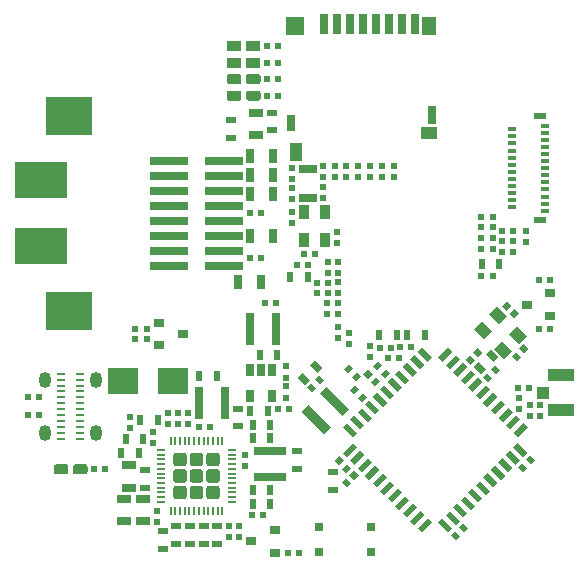
<source format=gtp>
G04 #@! TF.GenerationSoftware,KiCad,Pcbnew,5.1.5+dfsg1-2build2*
G04 #@! TF.CreationDate,2021-05-18T14:32:28+02:00*
G04 #@! TF.ProjectId,OtterCam-s3,4f747465-7243-4616-9d2d-73332e6b6963,rev?*
G04 #@! TF.SameCoordinates,Original*
G04 #@! TF.FileFunction,Paste,Top*
G04 #@! TF.FilePolarity,Positive*
%FSLAX46Y46*%
G04 Gerber Fmt 4.6, Leading zero omitted, Abs format (unit mm)*
G04 Created by KiCad (PCBNEW 5.1.5+dfsg1-2build2) date 2021-05-18 14:32:28*
%MOMM*%
%LPD*%
G04 APERTURE LIST*
%ADD10R,3.200000X0.700000*%
%ADD11R,4.000000X3.300000*%
%ADD12R,4.500000X3.150000*%
%ADD13R,0.900000X0.600000*%
%ADD14R,2.200000X1.050000*%
%ADD15R,1.050000X1.000000*%
%ADD16C,0.100000*%
%ADD17R,0.500000X0.600000*%
%ADD18R,0.700000X1.300000*%
%ADD19O,1.050000X1.350000*%
%ADD20R,0.650000X0.150000*%
%ADD21R,0.950000X1.200000*%
%ADD22R,1.500000X0.750000*%
%ADD23R,0.650000X1.060000*%
%ADD24R,0.200000X0.800000*%
%ADD25R,0.800000X0.200000*%
%ADD26R,0.800000X0.650000*%
%ADD27R,0.600000X0.500000*%
%ADD28R,0.900000X0.800000*%
%ADD29R,0.800000X2.700000*%
%ADD30R,2.700000X0.800000*%
%ADD31R,0.650000X0.300000*%
%ADD32R,1.000000X0.500000*%
%ADD33R,1.000000X1.550000*%
%ADD34R,1.500000X1.500000*%
%ADD35R,0.700000X1.750000*%
%ADD36R,0.800000X1.400000*%
%ADD37R,1.450000X1.000000*%
%ADD38R,0.800000X1.500000*%
%ADD39R,1.300000X1.500000*%
%ADD40R,1.300000X0.700000*%
%ADD41R,2.500000X2.300000*%
%ADD42R,1.225000X0.850000*%
%ADD43R,0.600000X0.900000*%
G04 APERTURE END LIST*
D10*
X64150000Y-64455000D03*
X64150000Y-69535000D03*
X64150000Y-72075000D03*
X64150000Y-68265000D03*
X64150000Y-70805000D03*
X64150000Y-65725000D03*
X64150000Y-66995000D03*
X64150000Y-73345000D03*
D11*
X55740000Y-77155000D03*
X55740000Y-60645000D03*
D12*
X53300000Y-71725000D03*
X53300000Y-66075000D03*
D10*
X68850000Y-73345000D03*
X68850000Y-72075000D03*
X68850000Y-70805000D03*
X68850000Y-69535000D03*
X68850000Y-64455000D03*
X68850000Y-65725000D03*
X68850000Y-66995000D03*
X68850000Y-68265000D03*
D13*
X69400000Y-61050000D03*
X69400000Y-62550000D03*
D14*
X97375000Y-82625000D03*
D15*
X95850000Y-84100000D03*
D14*
X97375000Y-85575000D03*
D16*
G36*
X93239950Y-80555635D02*
G01*
X92568198Y-81227387D01*
X91719670Y-80378859D01*
X92391422Y-79707107D01*
X93239950Y-80555635D01*
G37*
G36*
X91542893Y-78858578D02*
G01*
X90871141Y-79530330D01*
X90022613Y-78681802D01*
X90694365Y-78010050D01*
X91542893Y-78858578D01*
G37*
G36*
X92780330Y-77621141D02*
G01*
X92108578Y-78292893D01*
X91260050Y-77444365D01*
X91931802Y-76772613D01*
X92780330Y-77621141D01*
G37*
G36*
X94477387Y-79318198D02*
G01*
X93805635Y-79989950D01*
X92957107Y-79141422D01*
X93628859Y-78469670D01*
X94477387Y-79318198D01*
G37*
G36*
X93532305Y-80643431D02*
G01*
X93956569Y-81067695D01*
X93603015Y-81421249D01*
X93178751Y-80996985D01*
X93532305Y-80643431D01*
G37*
G36*
X94196985Y-79978751D02*
G01*
X94621249Y-80403015D01*
X94267695Y-80756569D01*
X93843431Y-80332305D01*
X94196985Y-79978751D01*
G37*
G36*
X93106569Y-76732305D02*
G01*
X92682305Y-77156569D01*
X92328751Y-76803015D01*
X92753015Y-76378751D01*
X93106569Y-76732305D01*
G37*
G36*
X93771249Y-77396985D02*
G01*
X93346985Y-77821249D01*
X92993431Y-77467695D01*
X93417695Y-77043431D01*
X93771249Y-77396985D01*
G37*
D17*
X71970000Y-68900000D03*
X71030000Y-68900000D03*
X71970000Y-72700000D03*
X71030000Y-72700000D03*
D16*
G36*
X71733329Y-58526023D02*
G01*
X71753957Y-58529083D01*
X71774185Y-58534150D01*
X71793820Y-58541176D01*
X71812672Y-58550092D01*
X71830559Y-58560813D01*
X71847309Y-58573235D01*
X71862760Y-58587240D01*
X71876765Y-58602691D01*
X71889187Y-58619441D01*
X71899908Y-58637328D01*
X71908824Y-58656180D01*
X71915850Y-58675815D01*
X71920917Y-58696043D01*
X71923977Y-58716671D01*
X71925000Y-58737500D01*
X71925000Y-59162500D01*
X71923977Y-59183329D01*
X71920917Y-59203957D01*
X71915850Y-59224185D01*
X71908824Y-59243820D01*
X71899908Y-59262672D01*
X71889187Y-59280559D01*
X71876765Y-59297309D01*
X71862760Y-59312760D01*
X71847309Y-59326765D01*
X71830559Y-59339187D01*
X71812672Y-59349908D01*
X71793820Y-59358824D01*
X71774185Y-59365850D01*
X71753957Y-59370917D01*
X71733329Y-59373977D01*
X71712500Y-59375000D01*
X70912500Y-59375000D01*
X70891671Y-59373977D01*
X70871043Y-59370917D01*
X70850815Y-59365850D01*
X70831180Y-59358824D01*
X70812328Y-59349908D01*
X70794441Y-59339187D01*
X70777691Y-59326765D01*
X70762240Y-59312760D01*
X70748235Y-59297309D01*
X70735813Y-59280559D01*
X70725092Y-59262672D01*
X70716176Y-59243820D01*
X70709150Y-59224185D01*
X70704083Y-59203957D01*
X70701023Y-59183329D01*
X70700000Y-59162500D01*
X70700000Y-58737500D01*
X70701023Y-58716671D01*
X70704083Y-58696043D01*
X70709150Y-58675815D01*
X70716176Y-58656180D01*
X70725092Y-58637328D01*
X70735813Y-58619441D01*
X70748235Y-58602691D01*
X70762240Y-58587240D01*
X70777691Y-58573235D01*
X70794441Y-58560813D01*
X70812328Y-58550092D01*
X70831180Y-58541176D01*
X70850815Y-58534150D01*
X70871043Y-58529083D01*
X70891671Y-58526023D01*
X70912500Y-58525000D01*
X71712500Y-58525000D01*
X71733329Y-58526023D01*
G37*
G36*
X70108329Y-58526023D02*
G01*
X70128957Y-58529083D01*
X70149185Y-58534150D01*
X70168820Y-58541176D01*
X70187672Y-58550092D01*
X70205559Y-58560813D01*
X70222309Y-58573235D01*
X70237760Y-58587240D01*
X70251765Y-58602691D01*
X70264187Y-58619441D01*
X70274908Y-58637328D01*
X70283824Y-58656180D01*
X70290850Y-58675815D01*
X70295917Y-58696043D01*
X70298977Y-58716671D01*
X70300000Y-58737500D01*
X70300000Y-59162500D01*
X70298977Y-59183329D01*
X70295917Y-59203957D01*
X70290850Y-59224185D01*
X70283824Y-59243820D01*
X70274908Y-59262672D01*
X70264187Y-59280559D01*
X70251765Y-59297309D01*
X70237760Y-59312760D01*
X70222309Y-59326765D01*
X70205559Y-59339187D01*
X70187672Y-59349908D01*
X70168820Y-59358824D01*
X70149185Y-59365850D01*
X70128957Y-59370917D01*
X70108329Y-59373977D01*
X70087500Y-59375000D01*
X69287500Y-59375000D01*
X69266671Y-59373977D01*
X69246043Y-59370917D01*
X69225815Y-59365850D01*
X69206180Y-59358824D01*
X69187328Y-59349908D01*
X69169441Y-59339187D01*
X69152691Y-59326765D01*
X69137240Y-59312760D01*
X69123235Y-59297309D01*
X69110813Y-59280559D01*
X69100092Y-59262672D01*
X69091176Y-59243820D01*
X69084150Y-59224185D01*
X69079083Y-59203957D01*
X69076023Y-59183329D01*
X69075000Y-59162500D01*
X69075000Y-58737500D01*
X69076023Y-58716671D01*
X69079083Y-58696043D01*
X69084150Y-58675815D01*
X69091176Y-58656180D01*
X69100092Y-58637328D01*
X69110813Y-58619441D01*
X69123235Y-58602691D01*
X69137240Y-58587240D01*
X69152691Y-58573235D01*
X69169441Y-58560813D01*
X69187328Y-58550092D01*
X69206180Y-58541176D01*
X69225815Y-58534150D01*
X69246043Y-58529083D01*
X69266671Y-58526023D01*
X69287500Y-58525000D01*
X70087500Y-58525000D01*
X70108329Y-58526023D01*
G37*
G36*
X71733329Y-57126023D02*
G01*
X71753957Y-57129083D01*
X71774185Y-57134150D01*
X71793820Y-57141176D01*
X71812672Y-57150092D01*
X71830559Y-57160813D01*
X71847309Y-57173235D01*
X71862760Y-57187240D01*
X71876765Y-57202691D01*
X71889187Y-57219441D01*
X71899908Y-57237328D01*
X71908824Y-57256180D01*
X71915850Y-57275815D01*
X71920917Y-57296043D01*
X71923977Y-57316671D01*
X71925000Y-57337500D01*
X71925000Y-57762500D01*
X71923977Y-57783329D01*
X71920917Y-57803957D01*
X71915850Y-57824185D01*
X71908824Y-57843820D01*
X71899908Y-57862672D01*
X71889187Y-57880559D01*
X71876765Y-57897309D01*
X71862760Y-57912760D01*
X71847309Y-57926765D01*
X71830559Y-57939187D01*
X71812672Y-57949908D01*
X71793820Y-57958824D01*
X71774185Y-57965850D01*
X71753957Y-57970917D01*
X71733329Y-57973977D01*
X71712500Y-57975000D01*
X70912500Y-57975000D01*
X70891671Y-57973977D01*
X70871043Y-57970917D01*
X70850815Y-57965850D01*
X70831180Y-57958824D01*
X70812328Y-57949908D01*
X70794441Y-57939187D01*
X70777691Y-57926765D01*
X70762240Y-57912760D01*
X70748235Y-57897309D01*
X70735813Y-57880559D01*
X70725092Y-57862672D01*
X70716176Y-57843820D01*
X70709150Y-57824185D01*
X70704083Y-57803957D01*
X70701023Y-57783329D01*
X70700000Y-57762500D01*
X70700000Y-57337500D01*
X70701023Y-57316671D01*
X70704083Y-57296043D01*
X70709150Y-57275815D01*
X70716176Y-57256180D01*
X70725092Y-57237328D01*
X70735813Y-57219441D01*
X70748235Y-57202691D01*
X70762240Y-57187240D01*
X70777691Y-57173235D01*
X70794441Y-57160813D01*
X70812328Y-57150092D01*
X70831180Y-57141176D01*
X70850815Y-57134150D01*
X70871043Y-57129083D01*
X70891671Y-57126023D01*
X70912500Y-57125000D01*
X71712500Y-57125000D01*
X71733329Y-57126023D01*
G37*
G36*
X70108329Y-57126023D02*
G01*
X70128957Y-57129083D01*
X70149185Y-57134150D01*
X70168820Y-57141176D01*
X70187672Y-57150092D01*
X70205559Y-57160813D01*
X70222309Y-57173235D01*
X70237760Y-57187240D01*
X70251765Y-57202691D01*
X70264187Y-57219441D01*
X70274908Y-57237328D01*
X70283824Y-57256180D01*
X70290850Y-57275815D01*
X70295917Y-57296043D01*
X70298977Y-57316671D01*
X70300000Y-57337500D01*
X70300000Y-57762500D01*
X70298977Y-57783329D01*
X70295917Y-57803957D01*
X70290850Y-57824185D01*
X70283824Y-57843820D01*
X70274908Y-57862672D01*
X70264187Y-57880559D01*
X70251765Y-57897309D01*
X70237760Y-57912760D01*
X70222309Y-57926765D01*
X70205559Y-57939187D01*
X70187672Y-57949908D01*
X70168820Y-57958824D01*
X70149185Y-57965850D01*
X70128957Y-57970917D01*
X70108329Y-57973977D01*
X70087500Y-57975000D01*
X69287500Y-57975000D01*
X69266671Y-57973977D01*
X69246043Y-57970917D01*
X69225815Y-57965850D01*
X69206180Y-57958824D01*
X69187328Y-57949908D01*
X69169441Y-57939187D01*
X69152691Y-57926765D01*
X69137240Y-57912760D01*
X69123235Y-57897309D01*
X69110813Y-57880559D01*
X69100092Y-57862672D01*
X69091176Y-57843820D01*
X69084150Y-57824185D01*
X69079083Y-57803957D01*
X69076023Y-57783329D01*
X69075000Y-57762500D01*
X69075000Y-57337500D01*
X69076023Y-57316671D01*
X69079083Y-57296043D01*
X69084150Y-57275815D01*
X69091176Y-57256180D01*
X69100092Y-57237328D01*
X69110813Y-57219441D01*
X69123235Y-57202691D01*
X69137240Y-57187240D01*
X69152691Y-57173235D01*
X69169441Y-57160813D01*
X69187328Y-57150092D01*
X69206180Y-57141176D01*
X69225815Y-57134150D01*
X69246043Y-57129083D01*
X69266671Y-57126023D01*
X69287500Y-57125000D01*
X70087500Y-57125000D01*
X70108329Y-57126023D01*
G37*
D18*
X70050000Y-74700000D03*
X71950000Y-74700000D03*
X71050000Y-65700000D03*
X72950000Y-65700000D03*
X71050000Y-64100000D03*
X72950000Y-64100000D03*
X71050000Y-67300000D03*
X72950000Y-67300000D03*
X71050000Y-70800000D03*
X72950000Y-70800000D03*
D19*
X53700000Y-83000000D03*
X58000000Y-87500000D03*
X53700000Y-87500000D03*
X58000000Y-83000000D03*
D20*
X55050000Y-87000000D03*
X55050000Y-87500000D03*
X55050000Y-88000000D03*
X55050000Y-86500000D03*
X56650000Y-87000000D03*
X56650000Y-87500000D03*
X56650000Y-88000000D03*
X56650000Y-86500000D03*
X55050000Y-83000000D03*
X55050000Y-83500000D03*
X55050000Y-84000000D03*
X55050000Y-82500000D03*
X56650000Y-83000000D03*
X56650000Y-83500000D03*
X56650000Y-84000000D03*
X56650000Y-82500000D03*
X55050000Y-86000000D03*
X56650000Y-86000000D03*
X55050000Y-85500000D03*
X55050000Y-85000000D03*
X55050000Y-84500000D03*
X56650000Y-85500000D03*
X56650000Y-85000000D03*
X56650000Y-84500000D03*
D21*
X75625000Y-71200000D03*
X75625000Y-68800000D03*
X77375000Y-68800000D03*
X77375000Y-71200000D03*
D22*
X75900000Y-67600000D03*
X75900000Y-65200000D03*
D16*
G36*
X82687169Y-93024999D02*
G01*
X83535697Y-92176471D01*
X83896321Y-92537095D01*
X83047793Y-93385623D01*
X82687169Y-93024999D01*
G37*
G36*
X80777981Y-91115811D02*
G01*
X81626509Y-90267283D01*
X81987133Y-90627907D01*
X81138605Y-91476435D01*
X80777981Y-91115811D01*
G37*
G36*
X85232754Y-95570583D02*
G01*
X86081282Y-94722055D01*
X86441906Y-95082679D01*
X85593378Y-95931207D01*
X85232754Y-95570583D01*
G37*
G36*
X84596358Y-94934187D02*
G01*
X85444886Y-94085659D01*
X85805510Y-94446283D01*
X84956982Y-95294811D01*
X84596358Y-94934187D01*
G37*
G36*
X80141585Y-90479414D02*
G01*
X80990113Y-89630886D01*
X81350737Y-89991510D01*
X80502209Y-90840038D01*
X80141585Y-90479414D01*
G37*
G36*
X81414377Y-91752207D02*
G01*
X82262905Y-90903679D01*
X82623529Y-91264303D01*
X81775001Y-92112831D01*
X81414377Y-91752207D01*
G37*
G36*
X82050773Y-92388603D02*
G01*
X82899301Y-91540075D01*
X83259925Y-91900699D01*
X82411397Y-92749227D01*
X82050773Y-92388603D01*
G37*
G36*
X83323565Y-93661395D02*
G01*
X84172093Y-92812867D01*
X84532717Y-93173491D01*
X83684189Y-94022019D01*
X83323565Y-93661395D01*
G37*
G36*
X79505189Y-89843018D02*
G01*
X80353717Y-88994490D01*
X80714341Y-89355114D01*
X79865813Y-90203642D01*
X79505189Y-89843018D01*
G37*
G36*
X83959962Y-94297791D02*
G01*
X84808490Y-93449263D01*
X85169114Y-93809887D01*
X84320586Y-94658415D01*
X83959962Y-94297791D01*
G37*
G36*
X78868793Y-89206622D02*
G01*
X79717321Y-88358094D01*
X80077945Y-88718718D01*
X79229417Y-89567246D01*
X78868793Y-89206622D01*
G37*
G36*
X90776471Y-84935697D02*
G01*
X91624999Y-84087169D01*
X91985623Y-84447793D01*
X91137095Y-85296321D01*
X90776471Y-84935697D01*
G37*
G36*
X88867283Y-83026509D02*
G01*
X89715811Y-82177981D01*
X90076435Y-82538605D01*
X89227907Y-83387133D01*
X88867283Y-83026509D01*
G37*
G36*
X93322055Y-87481282D02*
G01*
X94170583Y-86632754D01*
X94531207Y-86993378D01*
X93682679Y-87841906D01*
X93322055Y-87481282D01*
G37*
G36*
X92685659Y-86844886D02*
G01*
X93534187Y-85996358D01*
X93894811Y-86356982D01*
X93046283Y-87205510D01*
X92685659Y-86844886D01*
G37*
G36*
X88230886Y-82390113D02*
G01*
X89079414Y-81541585D01*
X89440038Y-81902209D01*
X88591510Y-82750737D01*
X88230886Y-82390113D01*
G37*
G36*
X89503679Y-83662905D02*
G01*
X90352207Y-82814377D01*
X90712831Y-83175001D01*
X89864303Y-84023529D01*
X89503679Y-83662905D01*
G37*
G36*
X90140075Y-84299301D02*
G01*
X90988603Y-83450773D01*
X91349227Y-83811397D01*
X90500699Y-84659925D01*
X90140075Y-84299301D01*
G37*
G36*
X91412867Y-85572093D02*
G01*
X92261395Y-84723565D01*
X92622019Y-85084189D01*
X91773491Y-85932717D01*
X91412867Y-85572093D01*
G37*
G36*
X87594490Y-81753717D02*
G01*
X88443018Y-80905189D01*
X88803642Y-81265813D01*
X87955114Y-82114341D01*
X87594490Y-81753717D01*
G37*
G36*
X92049263Y-86208490D02*
G01*
X92897791Y-85359962D01*
X93258415Y-85720586D01*
X92409887Y-86569114D01*
X92049263Y-86208490D01*
G37*
G36*
X86958094Y-81117321D02*
G01*
X87806622Y-80268793D01*
X88167246Y-80629417D01*
X87318718Y-81477945D01*
X86958094Y-81117321D01*
G37*
G36*
X81775001Y-84087169D02*
G01*
X82623529Y-84935697D01*
X82262905Y-85296321D01*
X81414377Y-84447793D01*
X81775001Y-84087169D01*
G37*
G36*
X83684189Y-82177981D02*
G01*
X84532717Y-83026509D01*
X84172093Y-83387133D01*
X83323565Y-82538605D01*
X83684189Y-82177981D01*
G37*
G36*
X79229417Y-86632754D02*
G01*
X80077945Y-87481282D01*
X79717321Y-87841906D01*
X78868793Y-86993378D01*
X79229417Y-86632754D01*
G37*
G36*
X79865813Y-85996358D02*
G01*
X80714341Y-86844886D01*
X80353717Y-87205510D01*
X79505189Y-86356982D01*
X79865813Y-85996358D01*
G37*
G36*
X84320586Y-81541585D02*
G01*
X85169114Y-82390113D01*
X84808490Y-82750737D01*
X83959962Y-81902209D01*
X84320586Y-81541585D01*
G37*
G36*
X83047793Y-82814377D02*
G01*
X83896321Y-83662905D01*
X83535697Y-84023529D01*
X82687169Y-83175001D01*
X83047793Y-82814377D01*
G37*
G36*
X82411397Y-83450773D02*
G01*
X83259925Y-84299301D01*
X82899301Y-84659925D01*
X82050773Y-83811397D01*
X82411397Y-83450773D01*
G37*
G36*
X81138605Y-84723565D02*
G01*
X81987133Y-85572093D01*
X81626509Y-85932717D01*
X80777981Y-85084189D01*
X81138605Y-84723565D01*
G37*
G36*
X84956982Y-80905189D02*
G01*
X85805510Y-81753717D01*
X85444886Y-82114341D01*
X84596358Y-81265813D01*
X84956982Y-80905189D01*
G37*
G36*
X80502209Y-85359962D02*
G01*
X81350737Y-86208490D01*
X80990113Y-86569114D01*
X80141585Y-85720586D01*
X80502209Y-85359962D01*
G37*
G36*
X85593378Y-80268793D02*
G01*
X86441906Y-81117321D01*
X86081282Y-81477945D01*
X85232754Y-80629417D01*
X85593378Y-80268793D01*
G37*
G36*
X87955114Y-94085659D02*
G01*
X88803642Y-94934187D01*
X88443018Y-95294811D01*
X87594490Y-94446283D01*
X87955114Y-94085659D01*
G37*
G36*
X88591510Y-93449263D02*
G01*
X89440038Y-94297791D01*
X89079414Y-94658415D01*
X88230886Y-93809887D01*
X88591510Y-93449263D01*
G37*
G36*
X89227907Y-92812867D02*
G01*
X90076435Y-93661395D01*
X89715811Y-94022019D01*
X88867283Y-93173491D01*
X89227907Y-92812867D01*
G37*
G36*
X89864303Y-92176471D02*
G01*
X90712831Y-93024999D01*
X90352207Y-93385623D01*
X89503679Y-92537095D01*
X89864303Y-92176471D01*
G37*
G36*
X90500699Y-91540075D02*
G01*
X91349227Y-92388603D01*
X90988603Y-92749227D01*
X90140075Y-91900699D01*
X90500699Y-91540075D01*
G37*
G36*
X91137095Y-90903679D02*
G01*
X91985623Y-91752207D01*
X91624999Y-92112831D01*
X90776471Y-91264303D01*
X91137095Y-90903679D01*
G37*
G36*
X91773491Y-90267283D02*
G01*
X92622019Y-91115811D01*
X92261395Y-91476435D01*
X91412867Y-90627907D01*
X91773491Y-90267283D01*
G37*
G36*
X92409887Y-89630886D02*
G01*
X93258415Y-90479414D01*
X92897791Y-90840038D01*
X92049263Y-89991510D01*
X92409887Y-89630886D01*
G37*
G36*
X93046283Y-88994490D02*
G01*
X93894811Y-89843018D01*
X93534187Y-90203642D01*
X92685659Y-89355114D01*
X93046283Y-88994490D01*
G37*
G36*
X87318718Y-94722055D02*
G01*
X88167246Y-95570583D01*
X87806622Y-95931207D01*
X86958094Y-95082679D01*
X87318718Y-94722055D01*
G37*
G36*
X93682679Y-88358094D02*
G01*
X94531207Y-89206622D01*
X94170583Y-89567246D01*
X93322055Y-88718718D01*
X93682679Y-88358094D01*
G37*
D23*
X72900000Y-84400000D03*
X71000000Y-84400000D03*
X71000000Y-82200000D03*
X71950000Y-82200000D03*
X72900000Y-82200000D03*
D24*
X68700000Y-94125000D03*
X68300000Y-94125000D03*
X67900000Y-94125000D03*
X67500000Y-94125000D03*
X67100000Y-94125000D03*
X66700000Y-94125000D03*
X66300000Y-94125000D03*
X65900000Y-94125000D03*
X65500000Y-94125000D03*
X65100000Y-94125000D03*
X64700000Y-94125000D03*
X64300000Y-94125000D03*
D25*
X63525000Y-93350000D03*
X63525000Y-92950000D03*
X63525000Y-92550000D03*
X63525000Y-92150000D03*
X63525000Y-91750000D03*
X63525000Y-91350000D03*
X63525000Y-90950000D03*
X63525000Y-90550000D03*
X63525000Y-90150000D03*
X63525000Y-89750000D03*
X63525000Y-89350000D03*
X63525000Y-88950000D03*
D24*
X64300000Y-88175000D03*
X64700000Y-88175000D03*
X65100000Y-88175000D03*
X65500000Y-88175000D03*
X65900000Y-88175000D03*
X66300000Y-88175000D03*
X66700000Y-88175000D03*
X67100000Y-88175000D03*
X67500000Y-88175000D03*
X67900000Y-88175000D03*
X68300000Y-88175000D03*
X68700000Y-88175000D03*
D25*
X69475000Y-88950000D03*
X69475000Y-89350000D03*
X69475000Y-89750000D03*
X69475000Y-90150000D03*
X69475000Y-90550000D03*
X69475000Y-90950000D03*
X69475000Y-91350000D03*
X69475000Y-91750000D03*
X69475000Y-92150000D03*
X69475000Y-92550000D03*
X69475000Y-92950000D03*
X69475000Y-93350000D03*
D16*
G36*
X65439504Y-89186204D02*
G01*
X65463773Y-89189804D01*
X65487571Y-89195765D01*
X65510671Y-89204030D01*
X65532849Y-89214520D01*
X65553893Y-89227133D01*
X65573598Y-89241747D01*
X65591777Y-89258223D01*
X65608253Y-89276402D01*
X65622867Y-89296107D01*
X65635480Y-89317151D01*
X65645970Y-89339329D01*
X65654235Y-89362429D01*
X65660196Y-89386227D01*
X65663796Y-89410496D01*
X65665000Y-89435000D01*
X65665000Y-90065000D01*
X65663796Y-90089504D01*
X65660196Y-90113773D01*
X65654235Y-90137571D01*
X65645970Y-90160671D01*
X65635480Y-90182849D01*
X65622867Y-90203893D01*
X65608253Y-90223598D01*
X65591777Y-90241777D01*
X65573598Y-90258253D01*
X65553893Y-90272867D01*
X65532849Y-90285480D01*
X65510671Y-90295970D01*
X65487571Y-90304235D01*
X65463773Y-90310196D01*
X65439504Y-90313796D01*
X65415000Y-90315000D01*
X64785000Y-90315000D01*
X64760496Y-90313796D01*
X64736227Y-90310196D01*
X64712429Y-90304235D01*
X64689329Y-90295970D01*
X64667151Y-90285480D01*
X64646107Y-90272867D01*
X64626402Y-90258253D01*
X64608223Y-90241777D01*
X64591747Y-90223598D01*
X64577133Y-90203893D01*
X64564520Y-90182849D01*
X64554030Y-90160671D01*
X64545765Y-90137571D01*
X64539804Y-90113773D01*
X64536204Y-90089504D01*
X64535000Y-90065000D01*
X64535000Y-89435000D01*
X64536204Y-89410496D01*
X64539804Y-89386227D01*
X64545765Y-89362429D01*
X64554030Y-89339329D01*
X64564520Y-89317151D01*
X64577133Y-89296107D01*
X64591747Y-89276402D01*
X64608223Y-89258223D01*
X64626402Y-89241747D01*
X64646107Y-89227133D01*
X64667151Y-89214520D01*
X64689329Y-89204030D01*
X64712429Y-89195765D01*
X64736227Y-89189804D01*
X64760496Y-89186204D01*
X64785000Y-89185000D01*
X65415000Y-89185000D01*
X65439504Y-89186204D01*
G37*
G36*
X65439504Y-90586204D02*
G01*
X65463773Y-90589804D01*
X65487571Y-90595765D01*
X65510671Y-90604030D01*
X65532849Y-90614520D01*
X65553893Y-90627133D01*
X65573598Y-90641747D01*
X65591777Y-90658223D01*
X65608253Y-90676402D01*
X65622867Y-90696107D01*
X65635480Y-90717151D01*
X65645970Y-90739329D01*
X65654235Y-90762429D01*
X65660196Y-90786227D01*
X65663796Y-90810496D01*
X65665000Y-90835000D01*
X65665000Y-91465000D01*
X65663796Y-91489504D01*
X65660196Y-91513773D01*
X65654235Y-91537571D01*
X65645970Y-91560671D01*
X65635480Y-91582849D01*
X65622867Y-91603893D01*
X65608253Y-91623598D01*
X65591777Y-91641777D01*
X65573598Y-91658253D01*
X65553893Y-91672867D01*
X65532849Y-91685480D01*
X65510671Y-91695970D01*
X65487571Y-91704235D01*
X65463773Y-91710196D01*
X65439504Y-91713796D01*
X65415000Y-91715000D01*
X64785000Y-91715000D01*
X64760496Y-91713796D01*
X64736227Y-91710196D01*
X64712429Y-91704235D01*
X64689329Y-91695970D01*
X64667151Y-91685480D01*
X64646107Y-91672867D01*
X64626402Y-91658253D01*
X64608223Y-91641777D01*
X64591747Y-91623598D01*
X64577133Y-91603893D01*
X64564520Y-91582849D01*
X64554030Y-91560671D01*
X64545765Y-91537571D01*
X64539804Y-91513773D01*
X64536204Y-91489504D01*
X64535000Y-91465000D01*
X64535000Y-90835000D01*
X64536204Y-90810496D01*
X64539804Y-90786227D01*
X64545765Y-90762429D01*
X64554030Y-90739329D01*
X64564520Y-90717151D01*
X64577133Y-90696107D01*
X64591747Y-90676402D01*
X64608223Y-90658223D01*
X64626402Y-90641747D01*
X64646107Y-90627133D01*
X64667151Y-90614520D01*
X64689329Y-90604030D01*
X64712429Y-90595765D01*
X64736227Y-90589804D01*
X64760496Y-90586204D01*
X64785000Y-90585000D01*
X65415000Y-90585000D01*
X65439504Y-90586204D01*
G37*
G36*
X65439504Y-91986204D02*
G01*
X65463773Y-91989804D01*
X65487571Y-91995765D01*
X65510671Y-92004030D01*
X65532849Y-92014520D01*
X65553893Y-92027133D01*
X65573598Y-92041747D01*
X65591777Y-92058223D01*
X65608253Y-92076402D01*
X65622867Y-92096107D01*
X65635480Y-92117151D01*
X65645970Y-92139329D01*
X65654235Y-92162429D01*
X65660196Y-92186227D01*
X65663796Y-92210496D01*
X65665000Y-92235000D01*
X65665000Y-92865000D01*
X65663796Y-92889504D01*
X65660196Y-92913773D01*
X65654235Y-92937571D01*
X65645970Y-92960671D01*
X65635480Y-92982849D01*
X65622867Y-93003893D01*
X65608253Y-93023598D01*
X65591777Y-93041777D01*
X65573598Y-93058253D01*
X65553893Y-93072867D01*
X65532849Y-93085480D01*
X65510671Y-93095970D01*
X65487571Y-93104235D01*
X65463773Y-93110196D01*
X65439504Y-93113796D01*
X65415000Y-93115000D01*
X64785000Y-93115000D01*
X64760496Y-93113796D01*
X64736227Y-93110196D01*
X64712429Y-93104235D01*
X64689329Y-93095970D01*
X64667151Y-93085480D01*
X64646107Y-93072867D01*
X64626402Y-93058253D01*
X64608223Y-93041777D01*
X64591747Y-93023598D01*
X64577133Y-93003893D01*
X64564520Y-92982849D01*
X64554030Y-92960671D01*
X64545765Y-92937571D01*
X64539804Y-92913773D01*
X64536204Y-92889504D01*
X64535000Y-92865000D01*
X64535000Y-92235000D01*
X64536204Y-92210496D01*
X64539804Y-92186227D01*
X64545765Y-92162429D01*
X64554030Y-92139329D01*
X64564520Y-92117151D01*
X64577133Y-92096107D01*
X64591747Y-92076402D01*
X64608223Y-92058223D01*
X64626402Y-92041747D01*
X64646107Y-92027133D01*
X64667151Y-92014520D01*
X64689329Y-92004030D01*
X64712429Y-91995765D01*
X64736227Y-91989804D01*
X64760496Y-91986204D01*
X64785000Y-91985000D01*
X65415000Y-91985000D01*
X65439504Y-91986204D01*
G37*
G36*
X66839504Y-89186204D02*
G01*
X66863773Y-89189804D01*
X66887571Y-89195765D01*
X66910671Y-89204030D01*
X66932849Y-89214520D01*
X66953893Y-89227133D01*
X66973598Y-89241747D01*
X66991777Y-89258223D01*
X67008253Y-89276402D01*
X67022867Y-89296107D01*
X67035480Y-89317151D01*
X67045970Y-89339329D01*
X67054235Y-89362429D01*
X67060196Y-89386227D01*
X67063796Y-89410496D01*
X67065000Y-89435000D01*
X67065000Y-90065000D01*
X67063796Y-90089504D01*
X67060196Y-90113773D01*
X67054235Y-90137571D01*
X67045970Y-90160671D01*
X67035480Y-90182849D01*
X67022867Y-90203893D01*
X67008253Y-90223598D01*
X66991777Y-90241777D01*
X66973598Y-90258253D01*
X66953893Y-90272867D01*
X66932849Y-90285480D01*
X66910671Y-90295970D01*
X66887571Y-90304235D01*
X66863773Y-90310196D01*
X66839504Y-90313796D01*
X66815000Y-90315000D01*
X66185000Y-90315000D01*
X66160496Y-90313796D01*
X66136227Y-90310196D01*
X66112429Y-90304235D01*
X66089329Y-90295970D01*
X66067151Y-90285480D01*
X66046107Y-90272867D01*
X66026402Y-90258253D01*
X66008223Y-90241777D01*
X65991747Y-90223598D01*
X65977133Y-90203893D01*
X65964520Y-90182849D01*
X65954030Y-90160671D01*
X65945765Y-90137571D01*
X65939804Y-90113773D01*
X65936204Y-90089504D01*
X65935000Y-90065000D01*
X65935000Y-89435000D01*
X65936204Y-89410496D01*
X65939804Y-89386227D01*
X65945765Y-89362429D01*
X65954030Y-89339329D01*
X65964520Y-89317151D01*
X65977133Y-89296107D01*
X65991747Y-89276402D01*
X66008223Y-89258223D01*
X66026402Y-89241747D01*
X66046107Y-89227133D01*
X66067151Y-89214520D01*
X66089329Y-89204030D01*
X66112429Y-89195765D01*
X66136227Y-89189804D01*
X66160496Y-89186204D01*
X66185000Y-89185000D01*
X66815000Y-89185000D01*
X66839504Y-89186204D01*
G37*
G36*
X66839504Y-90586204D02*
G01*
X66863773Y-90589804D01*
X66887571Y-90595765D01*
X66910671Y-90604030D01*
X66932849Y-90614520D01*
X66953893Y-90627133D01*
X66973598Y-90641747D01*
X66991777Y-90658223D01*
X67008253Y-90676402D01*
X67022867Y-90696107D01*
X67035480Y-90717151D01*
X67045970Y-90739329D01*
X67054235Y-90762429D01*
X67060196Y-90786227D01*
X67063796Y-90810496D01*
X67065000Y-90835000D01*
X67065000Y-91465000D01*
X67063796Y-91489504D01*
X67060196Y-91513773D01*
X67054235Y-91537571D01*
X67045970Y-91560671D01*
X67035480Y-91582849D01*
X67022867Y-91603893D01*
X67008253Y-91623598D01*
X66991777Y-91641777D01*
X66973598Y-91658253D01*
X66953893Y-91672867D01*
X66932849Y-91685480D01*
X66910671Y-91695970D01*
X66887571Y-91704235D01*
X66863773Y-91710196D01*
X66839504Y-91713796D01*
X66815000Y-91715000D01*
X66185000Y-91715000D01*
X66160496Y-91713796D01*
X66136227Y-91710196D01*
X66112429Y-91704235D01*
X66089329Y-91695970D01*
X66067151Y-91685480D01*
X66046107Y-91672867D01*
X66026402Y-91658253D01*
X66008223Y-91641777D01*
X65991747Y-91623598D01*
X65977133Y-91603893D01*
X65964520Y-91582849D01*
X65954030Y-91560671D01*
X65945765Y-91537571D01*
X65939804Y-91513773D01*
X65936204Y-91489504D01*
X65935000Y-91465000D01*
X65935000Y-90835000D01*
X65936204Y-90810496D01*
X65939804Y-90786227D01*
X65945765Y-90762429D01*
X65954030Y-90739329D01*
X65964520Y-90717151D01*
X65977133Y-90696107D01*
X65991747Y-90676402D01*
X66008223Y-90658223D01*
X66026402Y-90641747D01*
X66046107Y-90627133D01*
X66067151Y-90614520D01*
X66089329Y-90604030D01*
X66112429Y-90595765D01*
X66136227Y-90589804D01*
X66160496Y-90586204D01*
X66185000Y-90585000D01*
X66815000Y-90585000D01*
X66839504Y-90586204D01*
G37*
G36*
X66839504Y-91986204D02*
G01*
X66863773Y-91989804D01*
X66887571Y-91995765D01*
X66910671Y-92004030D01*
X66932849Y-92014520D01*
X66953893Y-92027133D01*
X66973598Y-92041747D01*
X66991777Y-92058223D01*
X67008253Y-92076402D01*
X67022867Y-92096107D01*
X67035480Y-92117151D01*
X67045970Y-92139329D01*
X67054235Y-92162429D01*
X67060196Y-92186227D01*
X67063796Y-92210496D01*
X67065000Y-92235000D01*
X67065000Y-92865000D01*
X67063796Y-92889504D01*
X67060196Y-92913773D01*
X67054235Y-92937571D01*
X67045970Y-92960671D01*
X67035480Y-92982849D01*
X67022867Y-93003893D01*
X67008253Y-93023598D01*
X66991777Y-93041777D01*
X66973598Y-93058253D01*
X66953893Y-93072867D01*
X66932849Y-93085480D01*
X66910671Y-93095970D01*
X66887571Y-93104235D01*
X66863773Y-93110196D01*
X66839504Y-93113796D01*
X66815000Y-93115000D01*
X66185000Y-93115000D01*
X66160496Y-93113796D01*
X66136227Y-93110196D01*
X66112429Y-93104235D01*
X66089329Y-93095970D01*
X66067151Y-93085480D01*
X66046107Y-93072867D01*
X66026402Y-93058253D01*
X66008223Y-93041777D01*
X65991747Y-93023598D01*
X65977133Y-93003893D01*
X65964520Y-92982849D01*
X65954030Y-92960671D01*
X65945765Y-92937571D01*
X65939804Y-92913773D01*
X65936204Y-92889504D01*
X65935000Y-92865000D01*
X65935000Y-92235000D01*
X65936204Y-92210496D01*
X65939804Y-92186227D01*
X65945765Y-92162429D01*
X65954030Y-92139329D01*
X65964520Y-92117151D01*
X65977133Y-92096107D01*
X65991747Y-92076402D01*
X66008223Y-92058223D01*
X66026402Y-92041747D01*
X66046107Y-92027133D01*
X66067151Y-92014520D01*
X66089329Y-92004030D01*
X66112429Y-91995765D01*
X66136227Y-91989804D01*
X66160496Y-91986204D01*
X66185000Y-91985000D01*
X66815000Y-91985000D01*
X66839504Y-91986204D01*
G37*
G36*
X68239504Y-89186204D02*
G01*
X68263773Y-89189804D01*
X68287571Y-89195765D01*
X68310671Y-89204030D01*
X68332849Y-89214520D01*
X68353893Y-89227133D01*
X68373598Y-89241747D01*
X68391777Y-89258223D01*
X68408253Y-89276402D01*
X68422867Y-89296107D01*
X68435480Y-89317151D01*
X68445970Y-89339329D01*
X68454235Y-89362429D01*
X68460196Y-89386227D01*
X68463796Y-89410496D01*
X68465000Y-89435000D01*
X68465000Y-90065000D01*
X68463796Y-90089504D01*
X68460196Y-90113773D01*
X68454235Y-90137571D01*
X68445970Y-90160671D01*
X68435480Y-90182849D01*
X68422867Y-90203893D01*
X68408253Y-90223598D01*
X68391777Y-90241777D01*
X68373598Y-90258253D01*
X68353893Y-90272867D01*
X68332849Y-90285480D01*
X68310671Y-90295970D01*
X68287571Y-90304235D01*
X68263773Y-90310196D01*
X68239504Y-90313796D01*
X68215000Y-90315000D01*
X67585000Y-90315000D01*
X67560496Y-90313796D01*
X67536227Y-90310196D01*
X67512429Y-90304235D01*
X67489329Y-90295970D01*
X67467151Y-90285480D01*
X67446107Y-90272867D01*
X67426402Y-90258253D01*
X67408223Y-90241777D01*
X67391747Y-90223598D01*
X67377133Y-90203893D01*
X67364520Y-90182849D01*
X67354030Y-90160671D01*
X67345765Y-90137571D01*
X67339804Y-90113773D01*
X67336204Y-90089504D01*
X67335000Y-90065000D01*
X67335000Y-89435000D01*
X67336204Y-89410496D01*
X67339804Y-89386227D01*
X67345765Y-89362429D01*
X67354030Y-89339329D01*
X67364520Y-89317151D01*
X67377133Y-89296107D01*
X67391747Y-89276402D01*
X67408223Y-89258223D01*
X67426402Y-89241747D01*
X67446107Y-89227133D01*
X67467151Y-89214520D01*
X67489329Y-89204030D01*
X67512429Y-89195765D01*
X67536227Y-89189804D01*
X67560496Y-89186204D01*
X67585000Y-89185000D01*
X68215000Y-89185000D01*
X68239504Y-89186204D01*
G37*
G36*
X68239504Y-90586204D02*
G01*
X68263773Y-90589804D01*
X68287571Y-90595765D01*
X68310671Y-90604030D01*
X68332849Y-90614520D01*
X68353893Y-90627133D01*
X68373598Y-90641747D01*
X68391777Y-90658223D01*
X68408253Y-90676402D01*
X68422867Y-90696107D01*
X68435480Y-90717151D01*
X68445970Y-90739329D01*
X68454235Y-90762429D01*
X68460196Y-90786227D01*
X68463796Y-90810496D01*
X68465000Y-90835000D01*
X68465000Y-91465000D01*
X68463796Y-91489504D01*
X68460196Y-91513773D01*
X68454235Y-91537571D01*
X68445970Y-91560671D01*
X68435480Y-91582849D01*
X68422867Y-91603893D01*
X68408253Y-91623598D01*
X68391777Y-91641777D01*
X68373598Y-91658253D01*
X68353893Y-91672867D01*
X68332849Y-91685480D01*
X68310671Y-91695970D01*
X68287571Y-91704235D01*
X68263773Y-91710196D01*
X68239504Y-91713796D01*
X68215000Y-91715000D01*
X67585000Y-91715000D01*
X67560496Y-91713796D01*
X67536227Y-91710196D01*
X67512429Y-91704235D01*
X67489329Y-91695970D01*
X67467151Y-91685480D01*
X67446107Y-91672867D01*
X67426402Y-91658253D01*
X67408223Y-91641777D01*
X67391747Y-91623598D01*
X67377133Y-91603893D01*
X67364520Y-91582849D01*
X67354030Y-91560671D01*
X67345765Y-91537571D01*
X67339804Y-91513773D01*
X67336204Y-91489504D01*
X67335000Y-91465000D01*
X67335000Y-90835000D01*
X67336204Y-90810496D01*
X67339804Y-90786227D01*
X67345765Y-90762429D01*
X67354030Y-90739329D01*
X67364520Y-90717151D01*
X67377133Y-90696107D01*
X67391747Y-90676402D01*
X67408223Y-90658223D01*
X67426402Y-90641747D01*
X67446107Y-90627133D01*
X67467151Y-90614520D01*
X67489329Y-90604030D01*
X67512429Y-90595765D01*
X67536227Y-90589804D01*
X67560496Y-90586204D01*
X67585000Y-90585000D01*
X68215000Y-90585000D01*
X68239504Y-90586204D01*
G37*
G36*
X68239504Y-91986204D02*
G01*
X68263773Y-91989804D01*
X68287571Y-91995765D01*
X68310671Y-92004030D01*
X68332849Y-92014520D01*
X68353893Y-92027133D01*
X68373598Y-92041747D01*
X68391777Y-92058223D01*
X68408253Y-92076402D01*
X68422867Y-92096107D01*
X68435480Y-92117151D01*
X68445970Y-92139329D01*
X68454235Y-92162429D01*
X68460196Y-92186227D01*
X68463796Y-92210496D01*
X68465000Y-92235000D01*
X68465000Y-92865000D01*
X68463796Y-92889504D01*
X68460196Y-92913773D01*
X68454235Y-92937571D01*
X68445970Y-92960671D01*
X68435480Y-92982849D01*
X68422867Y-93003893D01*
X68408253Y-93023598D01*
X68391777Y-93041777D01*
X68373598Y-93058253D01*
X68353893Y-93072867D01*
X68332849Y-93085480D01*
X68310671Y-93095970D01*
X68287571Y-93104235D01*
X68263773Y-93110196D01*
X68239504Y-93113796D01*
X68215000Y-93115000D01*
X67585000Y-93115000D01*
X67560496Y-93113796D01*
X67536227Y-93110196D01*
X67512429Y-93104235D01*
X67489329Y-93095970D01*
X67467151Y-93085480D01*
X67446107Y-93072867D01*
X67426402Y-93058253D01*
X67408223Y-93041777D01*
X67391747Y-93023598D01*
X67377133Y-93003893D01*
X67364520Y-92982849D01*
X67354030Y-92960671D01*
X67345765Y-92937571D01*
X67339804Y-92913773D01*
X67336204Y-92889504D01*
X67335000Y-92865000D01*
X67335000Y-92235000D01*
X67336204Y-92210496D01*
X67339804Y-92186227D01*
X67345765Y-92162429D01*
X67354030Y-92139329D01*
X67364520Y-92117151D01*
X67377133Y-92096107D01*
X67391747Y-92076402D01*
X67408223Y-92058223D01*
X67426402Y-92041747D01*
X67446107Y-92027133D01*
X67467151Y-92014520D01*
X67489329Y-92004030D01*
X67512429Y-91995765D01*
X67536227Y-91989804D01*
X67560496Y-91986204D01*
X67585000Y-91985000D01*
X68215000Y-91985000D01*
X68239504Y-91986204D01*
G37*
D26*
X81250000Y-97625000D03*
X76850000Y-97625000D03*
X81250000Y-95475000D03*
X76850000Y-95475000D03*
D17*
X73370000Y-58950000D03*
X72430000Y-58950000D03*
X73370000Y-57550000D03*
X72430000Y-57550000D03*
D27*
X77600000Y-73030000D03*
X77600000Y-73970000D03*
X78400000Y-71470000D03*
X78400000Y-70530000D03*
X77172792Y-67620000D03*
X77172792Y-66680000D03*
D17*
X91570000Y-70100000D03*
X90630000Y-70100000D03*
X91570000Y-69200000D03*
X90630000Y-69200000D03*
D27*
X78500000Y-79470000D03*
X78500000Y-78530000D03*
D17*
X91570000Y-71900000D03*
X90630000Y-71900000D03*
X92330000Y-72200000D03*
X93270000Y-72200000D03*
X77530000Y-77400000D03*
X78470000Y-77400000D03*
D16*
G36*
X79867695Y-91456569D02*
G01*
X79443431Y-91032305D01*
X79796985Y-90678751D01*
X80221249Y-91103015D01*
X79867695Y-91456569D01*
G37*
G36*
X79203015Y-92121249D02*
G01*
X78778751Y-91696985D01*
X79132305Y-91343431D01*
X79556569Y-91767695D01*
X79203015Y-92121249D01*
G37*
G36*
X91132305Y-82443431D02*
G01*
X91556569Y-82867695D01*
X91203015Y-83221249D01*
X90778751Y-82796985D01*
X91132305Y-82443431D01*
G37*
G36*
X91796985Y-81778751D02*
G01*
X92221249Y-82203015D01*
X91867695Y-82556569D01*
X91443431Y-82132305D01*
X91796985Y-81778751D01*
G37*
G36*
X94082305Y-90043431D02*
G01*
X94506569Y-90467695D01*
X94153015Y-90821249D01*
X93728751Y-90396985D01*
X94082305Y-90043431D01*
G37*
G36*
X94746985Y-89378751D02*
G01*
X95171249Y-89803015D01*
X94817695Y-90156569D01*
X94393431Y-89732305D01*
X94746985Y-89378751D01*
G37*
G36*
X81293431Y-83217695D02*
G01*
X81717695Y-82793431D01*
X82071249Y-83146985D01*
X81646985Y-83571249D01*
X81293431Y-83217695D01*
G37*
G36*
X80628751Y-82553015D02*
G01*
X81053015Y-82128751D01*
X81406569Y-82482305D01*
X80982305Y-82906569D01*
X80628751Y-82553015D01*
G37*
D17*
X82970000Y-80300000D03*
X82030000Y-80300000D03*
D16*
G36*
X82093431Y-82517695D02*
G01*
X82517695Y-82093431D01*
X82871249Y-82446985D01*
X82446985Y-82871249D01*
X82093431Y-82517695D01*
G37*
G36*
X81428751Y-81853015D02*
G01*
X81853015Y-81428751D01*
X82206569Y-81782305D01*
X81782305Y-82206569D01*
X81428751Y-81853015D01*
G37*
G36*
X79643431Y-82767695D02*
G01*
X80067695Y-82343431D01*
X80421249Y-82696985D01*
X79996985Y-83121249D01*
X79643431Y-82767695D01*
G37*
G36*
X78978751Y-82103015D02*
G01*
X79403015Y-81678751D01*
X79756569Y-82032305D01*
X79332305Y-82456569D01*
X78978751Y-82103015D01*
G37*
G36*
X80143431Y-84567695D02*
G01*
X80567695Y-84143431D01*
X80921249Y-84496985D01*
X80496985Y-84921249D01*
X80143431Y-84567695D01*
G37*
G36*
X79478751Y-83903015D02*
G01*
X79903015Y-83478751D01*
X80256569Y-83832305D01*
X79832305Y-84256569D01*
X79478751Y-83903015D01*
G37*
D17*
X83670000Y-81200000D03*
X82730000Y-81200000D03*
D27*
X81200000Y-81070000D03*
X81200000Y-80130000D03*
X79400000Y-79080000D03*
X79400000Y-80020000D03*
X78500000Y-73970000D03*
X78500000Y-73030000D03*
D17*
X73380000Y-85500000D03*
X74320000Y-85500000D03*
D27*
X74050000Y-84520000D03*
X74050000Y-83580000D03*
X74050000Y-82820000D03*
X74050000Y-81880000D03*
X62850000Y-87410000D03*
X62850000Y-88350000D03*
D17*
X52230000Y-86000000D03*
X53170000Y-86000000D03*
X52230000Y-84500000D03*
X53170000Y-84500000D03*
X62270000Y-78750000D03*
X61330000Y-78750000D03*
X62270000Y-79600000D03*
X61330000Y-79600000D03*
X58770000Y-90600000D03*
X57830000Y-90600000D03*
D27*
X70100000Y-96320000D03*
X70100000Y-95380000D03*
D17*
X72170000Y-94500000D03*
X71230000Y-94500000D03*
X75220000Y-97650000D03*
X74280000Y-97650000D03*
D27*
X64100000Y-85830000D03*
X64100000Y-86770000D03*
X63150000Y-95070000D03*
X63150000Y-94130000D03*
D17*
X72430000Y-56150000D03*
X73370000Y-56150000D03*
X72430000Y-54750000D03*
X73370000Y-54750000D03*
D27*
X77200000Y-65870000D03*
X77200000Y-64930000D03*
X78200000Y-65870000D03*
X78200000Y-64930000D03*
X79200000Y-65870000D03*
X79200000Y-64930000D03*
X80200000Y-65870000D03*
X80200000Y-64930000D03*
X81200000Y-65870000D03*
X81200000Y-64930000D03*
X82200000Y-65870000D03*
X82200000Y-64930000D03*
X83200000Y-65870000D03*
X83200000Y-64930000D03*
X94400000Y-70380000D03*
X94400000Y-71320000D03*
D17*
X95530000Y-78750000D03*
X96470000Y-78750000D03*
X95480000Y-74550000D03*
X96420000Y-74550000D03*
D16*
G36*
X88382305Y-95793431D02*
G01*
X88806569Y-96217695D01*
X88453015Y-96571249D01*
X88028751Y-96146985D01*
X88382305Y-95793431D01*
G37*
G36*
X89046985Y-95128751D02*
G01*
X89471249Y-95553015D01*
X89117695Y-95906569D01*
X88693431Y-95482305D01*
X89046985Y-95128751D01*
G37*
D28*
X71150000Y-96700000D03*
X73150000Y-95750000D03*
X73150000Y-97650000D03*
D16*
G36*
X78849568Y-86059620D02*
G01*
X76940380Y-84150432D01*
X77506066Y-83584746D01*
X79415254Y-85493934D01*
X78849568Y-86059620D01*
G37*
G36*
X77293934Y-87615254D02*
G01*
X75384746Y-85706066D01*
X75950432Y-85140380D01*
X77859620Y-87049568D01*
X77293934Y-87615254D01*
G37*
D17*
X93730000Y-83700000D03*
X94670000Y-83700000D03*
D29*
X73200000Y-78700000D03*
X71000000Y-78700000D03*
X66750000Y-84950000D03*
X68950000Y-84950000D03*
D30*
X72700000Y-89050000D03*
X72700000Y-91250000D03*
D31*
X96000000Y-65700000D03*
X96000000Y-65100000D03*
X96000000Y-66300000D03*
X96000000Y-66900000D03*
X96000000Y-67500000D03*
X96000000Y-68100000D03*
X96000000Y-68700000D03*
X96000000Y-61500000D03*
X96000000Y-62100000D03*
X96000000Y-63300000D03*
X96000000Y-64500000D03*
X96000000Y-63900000D03*
X96000000Y-62700000D03*
X93200000Y-64800000D03*
X93200000Y-64200000D03*
X93200000Y-65400000D03*
X93200000Y-67200000D03*
X93200000Y-63000000D03*
X93200000Y-67800000D03*
X93200000Y-66600000D03*
X93200000Y-68400000D03*
X93200000Y-61800000D03*
X93200000Y-66000000D03*
X93200000Y-62400000D03*
X93200000Y-63600000D03*
D32*
X95600000Y-60700000D03*
X95600000Y-69500000D03*
D33*
X74925000Y-63700000D03*
D34*
X74875000Y-53025000D03*
D35*
X77325000Y-52900000D03*
X78425000Y-52900000D03*
X79525000Y-52900000D03*
X80625000Y-52900000D03*
X81725000Y-52900000D03*
X82825000Y-52900000D03*
X83925000Y-52900000D03*
D36*
X74525000Y-61275000D03*
D37*
X86150000Y-62125000D03*
D38*
X86475000Y-60625000D03*
D39*
X86225000Y-53025000D03*
D35*
X85025000Y-52900000D03*
D40*
X71550000Y-60400000D03*
X71550000Y-62300000D03*
D28*
X65350000Y-79150000D03*
X63350000Y-80100000D03*
X63350000Y-78200000D03*
D16*
G36*
X57083329Y-90176023D02*
G01*
X57103957Y-90179083D01*
X57124185Y-90184150D01*
X57143820Y-90191176D01*
X57162672Y-90200092D01*
X57180559Y-90210813D01*
X57197309Y-90223235D01*
X57212760Y-90237240D01*
X57226765Y-90252691D01*
X57239187Y-90269441D01*
X57249908Y-90287328D01*
X57258824Y-90306180D01*
X57265850Y-90325815D01*
X57270917Y-90346043D01*
X57273977Y-90366671D01*
X57275000Y-90387500D01*
X57275000Y-90812500D01*
X57273977Y-90833329D01*
X57270917Y-90853957D01*
X57265850Y-90874185D01*
X57258824Y-90893820D01*
X57249908Y-90912672D01*
X57239187Y-90930559D01*
X57226765Y-90947309D01*
X57212760Y-90962760D01*
X57197309Y-90976765D01*
X57180559Y-90989187D01*
X57162672Y-90999908D01*
X57143820Y-91008824D01*
X57124185Y-91015850D01*
X57103957Y-91020917D01*
X57083329Y-91023977D01*
X57062500Y-91025000D01*
X56262500Y-91025000D01*
X56241671Y-91023977D01*
X56221043Y-91020917D01*
X56200815Y-91015850D01*
X56181180Y-91008824D01*
X56162328Y-90999908D01*
X56144441Y-90989187D01*
X56127691Y-90976765D01*
X56112240Y-90962760D01*
X56098235Y-90947309D01*
X56085813Y-90930559D01*
X56075092Y-90912672D01*
X56066176Y-90893820D01*
X56059150Y-90874185D01*
X56054083Y-90853957D01*
X56051023Y-90833329D01*
X56050000Y-90812500D01*
X56050000Y-90387500D01*
X56051023Y-90366671D01*
X56054083Y-90346043D01*
X56059150Y-90325815D01*
X56066176Y-90306180D01*
X56075092Y-90287328D01*
X56085813Y-90269441D01*
X56098235Y-90252691D01*
X56112240Y-90237240D01*
X56127691Y-90223235D01*
X56144441Y-90210813D01*
X56162328Y-90200092D01*
X56181180Y-90191176D01*
X56200815Y-90184150D01*
X56221043Y-90179083D01*
X56241671Y-90176023D01*
X56262500Y-90175000D01*
X57062500Y-90175000D01*
X57083329Y-90176023D01*
G37*
G36*
X55458329Y-90176023D02*
G01*
X55478957Y-90179083D01*
X55499185Y-90184150D01*
X55518820Y-90191176D01*
X55537672Y-90200092D01*
X55555559Y-90210813D01*
X55572309Y-90223235D01*
X55587760Y-90237240D01*
X55601765Y-90252691D01*
X55614187Y-90269441D01*
X55624908Y-90287328D01*
X55633824Y-90306180D01*
X55640850Y-90325815D01*
X55645917Y-90346043D01*
X55648977Y-90366671D01*
X55650000Y-90387500D01*
X55650000Y-90812500D01*
X55648977Y-90833329D01*
X55645917Y-90853957D01*
X55640850Y-90874185D01*
X55633824Y-90893820D01*
X55624908Y-90912672D01*
X55614187Y-90930559D01*
X55601765Y-90947309D01*
X55587760Y-90962760D01*
X55572309Y-90976765D01*
X55555559Y-90989187D01*
X55537672Y-90999908D01*
X55518820Y-91008824D01*
X55499185Y-91015850D01*
X55478957Y-91020917D01*
X55458329Y-91023977D01*
X55437500Y-91025000D01*
X54637500Y-91025000D01*
X54616671Y-91023977D01*
X54596043Y-91020917D01*
X54575815Y-91015850D01*
X54556180Y-91008824D01*
X54537328Y-90999908D01*
X54519441Y-90989187D01*
X54502691Y-90976765D01*
X54487240Y-90962760D01*
X54473235Y-90947309D01*
X54460813Y-90930559D01*
X54450092Y-90912672D01*
X54441176Y-90893820D01*
X54434150Y-90874185D01*
X54429083Y-90853957D01*
X54426023Y-90833329D01*
X54425000Y-90812500D01*
X54425000Y-90387500D01*
X54426023Y-90366671D01*
X54429083Y-90346043D01*
X54434150Y-90325815D01*
X54441176Y-90306180D01*
X54450092Y-90287328D01*
X54460813Y-90269441D01*
X54473235Y-90252691D01*
X54487240Y-90237240D01*
X54502691Y-90223235D01*
X54519441Y-90210813D01*
X54537328Y-90200092D01*
X54556180Y-90191176D01*
X54575815Y-90184150D01*
X54596043Y-90179083D01*
X54616671Y-90176023D01*
X54637500Y-90175000D01*
X55437500Y-90175000D01*
X55458329Y-90176023D01*
G37*
D41*
X64550000Y-83150000D03*
X60250000Y-83150000D03*
D42*
X71312500Y-56150000D03*
X69687500Y-56150000D03*
X71312500Y-54750000D03*
X69687500Y-54750000D03*
D28*
X94450000Y-76650000D03*
X96450000Y-75700000D03*
X96450000Y-77600000D03*
D17*
X76730000Y-74800000D03*
X77670000Y-74800000D03*
X75030000Y-73300000D03*
X75970000Y-73300000D03*
D27*
X74627208Y-66021472D03*
X74627208Y-65081472D03*
X74627208Y-66778528D03*
X74627208Y-67718528D03*
X74550000Y-69720000D03*
X74550000Y-68780000D03*
D17*
X75630000Y-72350000D03*
X76570000Y-72350000D03*
D43*
X74450000Y-74300000D03*
X75950000Y-74300000D03*
D27*
X78500000Y-75670000D03*
X78500000Y-74730000D03*
D17*
X92330000Y-70450000D03*
X93270000Y-70450000D03*
X76730000Y-75650000D03*
X77670000Y-75650000D03*
X91570000Y-71000000D03*
X90630000Y-71000000D03*
X92330000Y-71300000D03*
X93270000Y-71300000D03*
X77530000Y-76500000D03*
X78470000Y-76500000D03*
D43*
X83450000Y-79200000D03*
X81950000Y-79200000D03*
D16*
G36*
X78843431Y-90567695D02*
G01*
X79267695Y-90143431D01*
X79621249Y-90496985D01*
X79196985Y-90921249D01*
X78843431Y-90567695D01*
G37*
G36*
X78178751Y-89903015D02*
G01*
X78603015Y-89478751D01*
X78956569Y-89832305D01*
X78532305Y-90256569D01*
X78178751Y-89903015D01*
G37*
G36*
X76967695Y-83356569D02*
G01*
X76543431Y-82932305D01*
X76896985Y-82578751D01*
X77321249Y-83003015D01*
X76967695Y-83356569D01*
G37*
G36*
X76303015Y-84021249D02*
G01*
X75878751Y-83596985D01*
X76232305Y-83243431D01*
X76656569Y-83667695D01*
X76303015Y-84021249D01*
G37*
D13*
X78100000Y-92350000D03*
X78100000Y-90850000D03*
D16*
G36*
X76736396Y-82400000D02*
G01*
X76100000Y-81763604D01*
X76524264Y-81339340D01*
X77160660Y-81975736D01*
X76736396Y-82400000D01*
G37*
G36*
X75675736Y-83460660D02*
G01*
X75039340Y-82824264D01*
X75463604Y-82400000D01*
X76100000Y-83036396D01*
X75675736Y-83460660D01*
G37*
G36*
X90367695Y-81056569D02*
G01*
X89943431Y-80632305D01*
X90296985Y-80278751D01*
X90721249Y-80703015D01*
X90367695Y-81056569D01*
G37*
G36*
X89703015Y-81721249D02*
G01*
X89278751Y-81296985D01*
X89632305Y-80943431D01*
X90056569Y-81367695D01*
X89703015Y-81721249D01*
G37*
G36*
X91636396Y-81500000D02*
G01*
X91000000Y-80863604D01*
X91424264Y-80439340D01*
X92060660Y-81075736D01*
X91636396Y-81500000D01*
G37*
G36*
X90575736Y-82560660D02*
G01*
X89939340Y-81924264D01*
X90363604Y-81500000D01*
X91000000Y-82136396D01*
X90575736Y-82560660D01*
G37*
D27*
X93800000Y-85470000D03*
X93800000Y-84530000D03*
X94700000Y-85130000D03*
X94700000Y-86070000D03*
X95550000Y-85130000D03*
X95550000Y-86070000D03*
D43*
X92150000Y-73200000D03*
X90650000Y-73200000D03*
X85850000Y-79200000D03*
X84350000Y-79200000D03*
X71850000Y-80950000D03*
X73350000Y-80950000D03*
D17*
X84670000Y-80200000D03*
X83730000Y-80200000D03*
X91570000Y-74200000D03*
X90630000Y-74200000D03*
X72280000Y-76550000D03*
X73220000Y-76550000D03*
D43*
X72550000Y-85650000D03*
X71050000Y-85650000D03*
X72750000Y-87950000D03*
X71250000Y-87950000D03*
D13*
X64800000Y-96900000D03*
X64800000Y-95400000D03*
X65950000Y-96900000D03*
X65950000Y-95400000D03*
D43*
X72750000Y-86800000D03*
X71250000Y-86800000D03*
X60500000Y-88050000D03*
X62000000Y-88050000D03*
D13*
X70050000Y-85450000D03*
X70050000Y-86950000D03*
D43*
X68250000Y-82700000D03*
X66750000Y-82700000D03*
D13*
X75000000Y-90550000D03*
X75000000Y-89050000D03*
D43*
X72750000Y-92350000D03*
X71250000Y-92350000D03*
D13*
X67100000Y-96900000D03*
X67100000Y-95400000D03*
D27*
X60900000Y-86180000D03*
X60900000Y-87120000D03*
D17*
X67670000Y-87050000D03*
X66730000Y-87050000D03*
D27*
X70600000Y-90320000D03*
X70600000Y-89380000D03*
D43*
X72750000Y-93500000D03*
X71250000Y-93500000D03*
D13*
X68250000Y-96900000D03*
X68250000Y-95400000D03*
X63650000Y-97350000D03*
X63650000Y-95850000D03*
X62150000Y-90650000D03*
X62150000Y-92150000D03*
D40*
X60800000Y-90250000D03*
X60800000Y-92150000D03*
X60400000Y-95000000D03*
X60400000Y-93100000D03*
D27*
X69250000Y-96320000D03*
X69250000Y-95380000D03*
D43*
X63250000Y-86450000D03*
X61750000Y-86450000D03*
D27*
X64950000Y-85830000D03*
X64950000Y-86770000D03*
X65800000Y-85830000D03*
X65800000Y-86770000D03*
D43*
X60100000Y-89200000D03*
X61600000Y-89200000D03*
D40*
X61950000Y-95000000D03*
X61950000Y-93100000D03*
D13*
X72900000Y-61900000D03*
X72900000Y-60400000D03*
M02*

</source>
